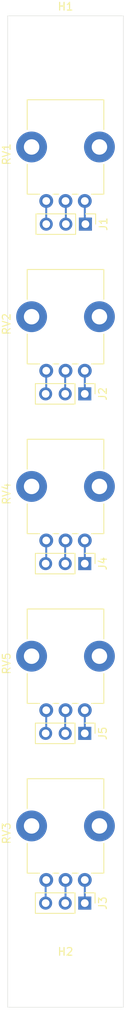
<source format=kicad_pcb>
(kicad_pcb (version 20171130) (host pcbnew "(5.1.5-0-10_14)")

  (general
    (thickness 1.6)
    (drawings 4)
    (tracks 25)
    (zones 0)
    (modules 12)
    (nets 16)
  )

  (page A4)
  (layers
    (0 F.Cu signal)
    (31 B.Cu signal)
    (32 B.Adhes user)
    (33 F.Adhes user)
    (34 B.Paste user)
    (35 F.Paste user)
    (36 B.SilkS user)
    (37 F.SilkS user)
    (38 B.Mask user)
    (39 F.Mask user)
    (40 Dwgs.User user)
    (41 Cmts.User user)
    (42 Eco1.User user)
    (43 Eco2.User user)
    (44 Edge.Cuts user)
    (45 Margin user)
    (46 B.CrtYd user)
    (47 F.CrtYd user)
    (48 B.Fab user)
    (49 F.Fab user)
  )

  (setup
    (last_trace_width 0.25)
    (trace_clearance 0.2)
    (zone_clearance 0.508)
    (zone_45_only no)
    (trace_min 0.2)
    (via_size 0.8)
    (via_drill 0.4)
    (via_min_size 0.4)
    (via_min_drill 0.3)
    (uvia_size 0.3)
    (uvia_drill 0.1)
    (uvias_allowed no)
    (uvia_min_size 0.2)
    (uvia_min_drill 0.1)
    (edge_width 0.05)
    (segment_width 0.2)
    (pcb_text_width 0.3)
    (pcb_text_size 1.5 1.5)
    (mod_edge_width 0.12)
    (mod_text_size 1 1)
    (mod_text_width 0.15)
    (pad_size 1.524 1.524)
    (pad_drill 0.762)
    (pad_to_mask_clearance 0.051)
    (solder_mask_min_width 0.25)
    (aux_axis_origin 0 0)
    (visible_elements FFFFFF7F)
    (pcbplotparams
      (layerselection 0x010fc_ffffffff)
      (usegerberextensions false)
      (usegerberattributes false)
      (usegerberadvancedattributes false)
      (creategerberjobfile false)
      (excludeedgelayer true)
      (linewidth 0.100000)
      (plotframeref false)
      (viasonmask false)
      (mode 1)
      (useauxorigin false)
      (hpglpennumber 1)
      (hpglpenspeed 20)
      (hpglpendiameter 15.000000)
      (psnegative false)
      (psa4output false)
      (plotreference true)
      (plotvalue true)
      (plotinvisibletext false)
      (padsonsilk false)
      (subtractmaskfromsilk false)
      (outputformat 1)
      (mirror false)
      (drillshape 1)
      (scaleselection 1)
      (outputdirectory ""))
  )

  (net 0 "")
  (net 1 "Net-(J1-Pad1)")
  (net 2 "Net-(J1-Pad2)")
  (net 3 "Net-(J1-Pad3)")
  (net 4 "Net-(J2-Pad3)")
  (net 5 "Net-(J2-Pad2)")
  (net 6 "Net-(J2-Pad1)")
  (net 7 "Net-(J3-Pad1)")
  (net 8 "Net-(J3-Pad2)")
  (net 9 "Net-(J3-Pad3)")
  (net 10 "Net-(J4-Pad3)")
  (net 11 "Net-(J4-Pad2)")
  (net 12 "Net-(J4-Pad1)")
  (net 13 "Net-(J5-Pad1)")
  (net 14 "Net-(J5-Pad2)")
  (net 15 "Net-(J5-Pad3)")

  (net_class Default "This is the default net class."
    (clearance 0.2)
    (trace_width 0.25)
    (via_dia 0.8)
    (via_drill 0.4)
    (uvia_dia 0.3)
    (uvia_drill 0.1)
    (add_net "Net-(J1-Pad1)")
    (add_net "Net-(J1-Pad2)")
    (add_net "Net-(J1-Pad3)")
    (add_net "Net-(J2-Pad1)")
    (add_net "Net-(J2-Pad2)")
    (add_net "Net-(J2-Pad3)")
    (add_net "Net-(J3-Pad1)")
    (add_net "Net-(J3-Pad2)")
    (add_net "Net-(J3-Pad3)")
    (add_net "Net-(J4-Pad1)")
    (add_net "Net-(J4-Pad2)")
    (add_net "Net-(J4-Pad3)")
    (add_net "Net-(J5-Pad1)")
    (add_net "Net-(J5-Pad2)")
    (add_net "Net-(J5-Pad3)")
  )

  (module MountingHole:MountingHole_3.2mm_M3 (layer F.Cu) (tedit 56D1B4CB) (tstamp 604F1E4A)
    (at 116.5 55)
    (descr "Mounting Hole 3.2mm, no annular, M3")
    (tags "mounting hole 3.2mm no annular m3")
    (path /604EBFBD)
    (attr virtual)
    (fp_text reference H1 (at 0 -4.2) (layer F.SilkS)
      (effects (font (size 1 1) (thickness 0.15)))
    )
    (fp_text value MountingHole (at 0 4.2) (layer F.Fab)
      (effects (font (size 1 1) (thickness 0.15)))
    )
    (fp_circle (center 0 0) (end 3.45 0) (layer F.CrtYd) (width 0.05))
    (fp_circle (center 0 0) (end 3.2 0) (layer Cmts.User) (width 0.15))
    (fp_text user %R (at 0.3 0) (layer F.Fab)
      (effects (font (size 1 1) (thickness 0.15)))
    )
    (pad 1 np_thru_hole circle (at 0 0) (size 3.2 3.2) (drill 3.2) (layers *.Cu *.Mask))
  )

  (module MountingHole:MountingHole_3.2mm_M3 (layer F.Cu) (tedit 56D1B4CB) (tstamp 604F405D)
    (at 116.5 177.5)
    (descr "Mounting Hole 3.2mm, no annular, M3")
    (tags "mounting hole 3.2mm no annular m3")
    (path /604EBC45)
    (attr virtual)
    (fp_text reference H2 (at 0 -4.2) (layer F.SilkS)
      (effects (font (size 1 1) (thickness 0.15)))
    )
    (fp_text value MountingHole (at 0 4.2) (layer F.Fab)
      (effects (font (size 1 1) (thickness 0.15)))
    )
    (fp_text user %R (at 0.3 0) (layer F.Fab)
      (effects (font (size 1 1) (thickness 0.15)))
    )
    (fp_circle (center 0 0) (end 3.2 0) (layer Cmts.User) (width 0.15))
    (fp_circle (center 0 0) (end 3.45 0) (layer F.CrtYd) (width 0.05))
    (pad 1 np_thru_hole circle (at 0 0) (size 3.2 3.2) (drill 3.2) (layers *.Cu *.Mask))
  )

  (module Connector_PinHeader_2.54mm:PinHeader_1x03_P2.54mm_Vertical (layer F.Cu) (tedit 59FED5CC) (tstamp 604F1E69)
    (at 119.08 79 270)
    (descr "Through hole straight pin header, 1x03, 2.54mm pitch, single row")
    (tags "Through hole pin header THT 1x03 2.54mm single row")
    (path /604ED4E4)
    (fp_text reference J1 (at 0 -2.33 90) (layer F.SilkS)
      (effects (font (size 1 1) (thickness 0.15)))
    )
    (fp_text value Conn_01x03_Female (at 0 7.41 90) (layer F.Fab)
      (effects (font (size 1 1) (thickness 0.15)))
    )
    (fp_line (start -0.635 -1.27) (end 1.27 -1.27) (layer F.Fab) (width 0.1))
    (fp_line (start 1.27 -1.27) (end 1.27 6.35) (layer F.Fab) (width 0.1))
    (fp_line (start 1.27 6.35) (end -1.27 6.35) (layer F.Fab) (width 0.1))
    (fp_line (start -1.27 6.35) (end -1.27 -0.635) (layer F.Fab) (width 0.1))
    (fp_line (start -1.27 -0.635) (end -0.635 -1.27) (layer F.Fab) (width 0.1))
    (fp_line (start -1.33 6.41) (end 1.33 6.41) (layer F.SilkS) (width 0.12))
    (fp_line (start -1.33 1.27) (end -1.33 6.41) (layer F.SilkS) (width 0.12))
    (fp_line (start 1.33 1.27) (end 1.33 6.41) (layer F.SilkS) (width 0.12))
    (fp_line (start -1.33 1.27) (end 1.33 1.27) (layer F.SilkS) (width 0.12))
    (fp_line (start -1.33 0) (end -1.33 -1.33) (layer F.SilkS) (width 0.12))
    (fp_line (start -1.33 -1.33) (end 0 -1.33) (layer F.SilkS) (width 0.12))
    (fp_line (start -1.8 -1.8) (end -1.8 6.85) (layer F.CrtYd) (width 0.05))
    (fp_line (start -1.8 6.85) (end 1.8 6.85) (layer F.CrtYd) (width 0.05))
    (fp_line (start 1.8 6.85) (end 1.8 -1.8) (layer F.CrtYd) (width 0.05))
    (fp_line (start 1.8 -1.8) (end -1.8 -1.8) (layer F.CrtYd) (width 0.05))
    (fp_text user %R (at 0 2.54) (layer F.Fab)
      (effects (font (size 1 1) (thickness 0.15)))
    )
    (pad 1 thru_hole rect (at 0 0 270) (size 1.7 1.7) (drill 1) (layers *.Cu *.Mask)
      (net 1 "Net-(J1-Pad1)"))
    (pad 2 thru_hole oval (at 0 2.54 270) (size 1.7 1.7) (drill 1) (layers *.Cu *.Mask)
      (net 2 "Net-(J1-Pad2)"))
    (pad 3 thru_hole oval (at 0 5.08 270) (size 1.7 1.7) (drill 1) (layers *.Cu *.Mask)
      (net 3 "Net-(J1-Pad3)"))
    (model ${KISYS3DMOD}/Connector_PinHeader_2.54mm.3dshapes/PinHeader_1x03_P2.54mm_Vertical.wrl
      (at (xyz 0 0 0))
      (scale (xyz 1 1 1))
      (rotate (xyz 0 0 0))
    )
  )

  (module Connector_PinHeader_2.54mm:PinHeader_1x03_P2.54mm_Vertical (layer F.Cu) (tedit 59FED5CC) (tstamp 604F1E80)
    (at 119 101 270)
    (descr "Through hole straight pin header, 1x03, 2.54mm pitch, single row")
    (tags "Through hole pin header THT 1x03 2.54mm single row")
    (path /604EDEDA)
    (fp_text reference J2 (at 0 -2.33 90) (layer F.SilkS)
      (effects (font (size 1 1) (thickness 0.15)))
    )
    (fp_text value Conn_01x03_Female (at 0 7.41 90) (layer F.Fab)
      (effects (font (size 1 1) (thickness 0.15)))
    )
    (fp_text user %R (at 0 2.54) (layer F.Fab)
      (effects (font (size 1 1) (thickness 0.15)))
    )
    (fp_line (start 1.8 -1.8) (end -1.8 -1.8) (layer F.CrtYd) (width 0.05))
    (fp_line (start 1.8 6.85) (end 1.8 -1.8) (layer F.CrtYd) (width 0.05))
    (fp_line (start -1.8 6.85) (end 1.8 6.85) (layer F.CrtYd) (width 0.05))
    (fp_line (start -1.8 -1.8) (end -1.8 6.85) (layer F.CrtYd) (width 0.05))
    (fp_line (start -1.33 -1.33) (end 0 -1.33) (layer F.SilkS) (width 0.12))
    (fp_line (start -1.33 0) (end -1.33 -1.33) (layer F.SilkS) (width 0.12))
    (fp_line (start -1.33 1.27) (end 1.33 1.27) (layer F.SilkS) (width 0.12))
    (fp_line (start 1.33 1.27) (end 1.33 6.41) (layer F.SilkS) (width 0.12))
    (fp_line (start -1.33 1.27) (end -1.33 6.41) (layer F.SilkS) (width 0.12))
    (fp_line (start -1.33 6.41) (end 1.33 6.41) (layer F.SilkS) (width 0.12))
    (fp_line (start -1.27 -0.635) (end -0.635 -1.27) (layer F.Fab) (width 0.1))
    (fp_line (start -1.27 6.35) (end -1.27 -0.635) (layer F.Fab) (width 0.1))
    (fp_line (start 1.27 6.35) (end -1.27 6.35) (layer F.Fab) (width 0.1))
    (fp_line (start 1.27 -1.27) (end 1.27 6.35) (layer F.Fab) (width 0.1))
    (fp_line (start -0.635 -1.27) (end 1.27 -1.27) (layer F.Fab) (width 0.1))
    (pad 3 thru_hole oval (at 0 5.08 270) (size 1.7 1.7) (drill 1) (layers *.Cu *.Mask)
      (net 4 "Net-(J2-Pad3)"))
    (pad 2 thru_hole oval (at 0 2.54 270) (size 1.7 1.7) (drill 1) (layers *.Cu *.Mask)
      (net 5 "Net-(J2-Pad2)"))
    (pad 1 thru_hole rect (at 0 0 270) (size 1.7 1.7) (drill 1) (layers *.Cu *.Mask)
      (net 6 "Net-(J2-Pad1)"))
    (model ${KISYS3DMOD}/Connector_PinHeader_2.54mm.3dshapes/PinHeader_1x03_P2.54mm_Vertical.wrl
      (at (xyz 0 0 0))
      (scale (xyz 1 1 1))
      (rotate (xyz 0 0 0))
    )
  )

  (module Connector_PinHeader_2.54mm:PinHeader_1x03_P2.54mm_Vertical (layer F.Cu) (tedit 59FED5CC) (tstamp 604F1E97)
    (at 119 167 270)
    (descr "Through hole straight pin header, 1x03, 2.54mm pitch, single row")
    (tags "Through hole pin header THT 1x03 2.54mm single row")
    (path /604EE7EC)
    (fp_text reference J3 (at 0 -2.33 90) (layer F.SilkS)
      (effects (font (size 1 1) (thickness 0.15)))
    )
    (fp_text value Conn_01x03_Female (at 0 7.41 90) (layer F.Fab)
      (effects (font (size 1 1) (thickness 0.15)))
    )
    (fp_line (start -0.635 -1.27) (end 1.27 -1.27) (layer F.Fab) (width 0.1))
    (fp_line (start 1.27 -1.27) (end 1.27 6.35) (layer F.Fab) (width 0.1))
    (fp_line (start 1.27 6.35) (end -1.27 6.35) (layer F.Fab) (width 0.1))
    (fp_line (start -1.27 6.35) (end -1.27 -0.635) (layer F.Fab) (width 0.1))
    (fp_line (start -1.27 -0.635) (end -0.635 -1.27) (layer F.Fab) (width 0.1))
    (fp_line (start -1.33 6.41) (end 1.33 6.41) (layer F.SilkS) (width 0.12))
    (fp_line (start -1.33 1.27) (end -1.33 6.41) (layer F.SilkS) (width 0.12))
    (fp_line (start 1.33 1.27) (end 1.33 6.41) (layer F.SilkS) (width 0.12))
    (fp_line (start -1.33 1.27) (end 1.33 1.27) (layer F.SilkS) (width 0.12))
    (fp_line (start -1.33 0) (end -1.33 -1.33) (layer F.SilkS) (width 0.12))
    (fp_line (start -1.33 -1.33) (end 0 -1.33) (layer F.SilkS) (width 0.12))
    (fp_line (start -1.8 -1.8) (end -1.8 6.85) (layer F.CrtYd) (width 0.05))
    (fp_line (start -1.8 6.85) (end 1.8 6.85) (layer F.CrtYd) (width 0.05))
    (fp_line (start 1.8 6.85) (end 1.8 -1.8) (layer F.CrtYd) (width 0.05))
    (fp_line (start 1.8 -1.8) (end -1.8 -1.8) (layer F.CrtYd) (width 0.05))
    (fp_text user %R (at 0 2.54) (layer F.Fab)
      (effects (font (size 1 1) (thickness 0.15)))
    )
    (pad 1 thru_hole rect (at 0 0 270) (size 1.7 1.7) (drill 1) (layers *.Cu *.Mask)
      (net 7 "Net-(J3-Pad1)"))
    (pad 2 thru_hole oval (at 0 2.54 270) (size 1.7 1.7) (drill 1) (layers *.Cu *.Mask)
      (net 8 "Net-(J3-Pad2)"))
    (pad 3 thru_hole oval (at 0 5.08 270) (size 1.7 1.7) (drill 1) (layers *.Cu *.Mask)
      (net 9 "Net-(J3-Pad3)"))
    (model ${KISYS3DMOD}/Connector_PinHeader_2.54mm.3dshapes/PinHeader_1x03_P2.54mm_Vertical.wrl
      (at (xyz 0 0 0))
      (scale (xyz 1 1 1))
      (rotate (xyz 0 0 0))
    )
  )

  (module Connector_PinHeader_2.54mm:PinHeader_1x03_P2.54mm_Vertical (layer F.Cu) (tedit 59FED5CC) (tstamp 604F1EAE)
    (at 119 123 270)
    (descr "Through hole straight pin header, 1x03, 2.54mm pitch, single row")
    (tags "Through hole pin header THT 1x03 2.54mm single row")
    (path /604EEECD)
    (fp_text reference J4 (at 0 -2.33 90) (layer F.SilkS)
      (effects (font (size 1 1) (thickness 0.15)))
    )
    (fp_text value Conn_01x03_Female (at 0 7.41 90) (layer F.Fab)
      (effects (font (size 1 1) (thickness 0.15)))
    )
    (fp_text user %R (at 0 2.54) (layer F.Fab)
      (effects (font (size 1 1) (thickness 0.15)))
    )
    (fp_line (start 1.8 -1.8) (end -1.8 -1.8) (layer F.CrtYd) (width 0.05))
    (fp_line (start 1.8 6.85) (end 1.8 -1.8) (layer F.CrtYd) (width 0.05))
    (fp_line (start -1.8 6.85) (end 1.8 6.85) (layer F.CrtYd) (width 0.05))
    (fp_line (start -1.8 -1.8) (end -1.8 6.85) (layer F.CrtYd) (width 0.05))
    (fp_line (start -1.33 -1.33) (end 0 -1.33) (layer F.SilkS) (width 0.12))
    (fp_line (start -1.33 0) (end -1.33 -1.33) (layer F.SilkS) (width 0.12))
    (fp_line (start -1.33 1.27) (end 1.33 1.27) (layer F.SilkS) (width 0.12))
    (fp_line (start 1.33 1.27) (end 1.33 6.41) (layer F.SilkS) (width 0.12))
    (fp_line (start -1.33 1.27) (end -1.33 6.41) (layer F.SilkS) (width 0.12))
    (fp_line (start -1.33 6.41) (end 1.33 6.41) (layer F.SilkS) (width 0.12))
    (fp_line (start -1.27 -0.635) (end -0.635 -1.27) (layer F.Fab) (width 0.1))
    (fp_line (start -1.27 6.35) (end -1.27 -0.635) (layer F.Fab) (width 0.1))
    (fp_line (start 1.27 6.35) (end -1.27 6.35) (layer F.Fab) (width 0.1))
    (fp_line (start 1.27 -1.27) (end 1.27 6.35) (layer F.Fab) (width 0.1))
    (fp_line (start -0.635 -1.27) (end 1.27 -1.27) (layer F.Fab) (width 0.1))
    (pad 3 thru_hole oval (at 0 5.08 270) (size 1.7 1.7) (drill 1) (layers *.Cu *.Mask)
      (net 10 "Net-(J4-Pad3)"))
    (pad 2 thru_hole oval (at 0 2.54 270) (size 1.7 1.7) (drill 1) (layers *.Cu *.Mask)
      (net 11 "Net-(J4-Pad2)"))
    (pad 1 thru_hole rect (at 0 0 270) (size 1.7 1.7) (drill 1) (layers *.Cu *.Mask)
      (net 12 "Net-(J4-Pad1)"))
    (model ${KISYS3DMOD}/Connector_PinHeader_2.54mm.3dshapes/PinHeader_1x03_P2.54mm_Vertical.wrl
      (at (xyz 0 0 0))
      (scale (xyz 1 1 1))
      (rotate (xyz 0 0 0))
    )
  )

  (module Connector_PinHeader_2.54mm:PinHeader_1x03_P2.54mm_Vertical (layer F.Cu) (tedit 59FED5CC) (tstamp 604F1EC5)
    (at 119 145 270)
    (descr "Through hole straight pin header, 1x03, 2.54mm pitch, single row")
    (tags "Through hole pin header THT 1x03 2.54mm single row")
    (path /604EF695)
    (fp_text reference J5 (at 0 -2.33 90) (layer F.SilkS)
      (effects (font (size 1 1) (thickness 0.15)))
    )
    (fp_text value Conn_01x03_Female (at 0 7.41 90) (layer F.Fab)
      (effects (font (size 1 1) (thickness 0.15)))
    )
    (fp_line (start -0.635 -1.27) (end 1.27 -1.27) (layer F.Fab) (width 0.1))
    (fp_line (start 1.27 -1.27) (end 1.27 6.35) (layer F.Fab) (width 0.1))
    (fp_line (start 1.27 6.35) (end -1.27 6.35) (layer F.Fab) (width 0.1))
    (fp_line (start -1.27 6.35) (end -1.27 -0.635) (layer F.Fab) (width 0.1))
    (fp_line (start -1.27 -0.635) (end -0.635 -1.27) (layer F.Fab) (width 0.1))
    (fp_line (start -1.33 6.41) (end 1.33 6.41) (layer F.SilkS) (width 0.12))
    (fp_line (start -1.33 1.27) (end -1.33 6.41) (layer F.SilkS) (width 0.12))
    (fp_line (start 1.33 1.27) (end 1.33 6.41) (layer F.SilkS) (width 0.12))
    (fp_line (start -1.33 1.27) (end 1.33 1.27) (layer F.SilkS) (width 0.12))
    (fp_line (start -1.33 0) (end -1.33 -1.33) (layer F.SilkS) (width 0.12))
    (fp_line (start -1.33 -1.33) (end 0 -1.33) (layer F.SilkS) (width 0.12))
    (fp_line (start -1.8 -1.8) (end -1.8 6.85) (layer F.CrtYd) (width 0.05))
    (fp_line (start -1.8 6.85) (end 1.8 6.85) (layer F.CrtYd) (width 0.05))
    (fp_line (start 1.8 6.85) (end 1.8 -1.8) (layer F.CrtYd) (width 0.05))
    (fp_line (start 1.8 -1.8) (end -1.8 -1.8) (layer F.CrtYd) (width 0.05))
    (fp_text user %R (at 0 2.54) (layer F.Fab)
      (effects (font (size 1 1) (thickness 0.15)))
    )
    (pad 1 thru_hole rect (at 0 0 270) (size 1.7 1.7) (drill 1) (layers *.Cu *.Mask)
      (net 13 "Net-(J5-Pad1)"))
    (pad 2 thru_hole oval (at 0 2.54 270) (size 1.7 1.7) (drill 1) (layers *.Cu *.Mask)
      (net 14 "Net-(J5-Pad2)"))
    (pad 3 thru_hole oval (at 0 5.08 270) (size 1.7 1.7) (drill 1) (layers *.Cu *.Mask)
      (net 15 "Net-(J5-Pad3)"))
    (model ${KISYS3DMOD}/Connector_PinHeader_2.54mm.3dshapes/PinHeader_1x03_P2.54mm_Vertical.wrl
      (at (xyz 0 0 0))
      (scale (xyz 1 1 1))
      (rotate (xyz 0 0 0))
    )
  )

  (module Potentiometer_THT:Potentiometer_Bourns_PTV09A-1_Single_Vertical (layer F.Cu) (tedit 5A3D4993) (tstamp 604F3F97)
    (at 119 76 90)
    (descr "Potentiometer, vertical, Bourns PTV09A-1 Single, http://www.bourns.com/docs/Product-Datasheets/ptv09.pdf")
    (tags "Potentiometer vertical Bourns PTV09A-1 Single")
    (path /604EB154)
    (fp_text reference RV1 (at 6.05 -10.15 90) (layer F.SilkS)
      (effects (font (size 1 1) (thickness 0.15)))
    )
    (fp_text value R_POT (at 6.05 5.15 90) (layer F.Fab)
      (effects (font (size 1 1) (thickness 0.15)))
    )
    (fp_circle (center 7.5 -2.5) (end 10.5 -2.5) (layer F.Fab) (width 0.1))
    (fp_line (start 1 -7.35) (end 1 2.35) (layer F.Fab) (width 0.1))
    (fp_line (start 1 2.35) (end 13 2.35) (layer F.Fab) (width 0.1))
    (fp_line (start 13 2.35) (end 13 -7.35) (layer F.Fab) (width 0.1))
    (fp_line (start 13 -7.35) (end 1 -7.35) (layer F.Fab) (width 0.1))
    (fp_line (start 0.88 -7.47) (end 4.745 -7.47) (layer F.SilkS) (width 0.12))
    (fp_line (start 9.255 -7.47) (end 13.12 -7.47) (layer F.SilkS) (width 0.12))
    (fp_line (start 0.88 2.47) (end 4.745 2.47) (layer F.SilkS) (width 0.12))
    (fp_line (start 9.255 2.47) (end 13.12 2.47) (layer F.SilkS) (width 0.12))
    (fp_line (start 0.88 -7.47) (end 0.88 -5.871) (layer F.SilkS) (width 0.12))
    (fp_line (start 0.88 -4.129) (end 0.88 -3.37) (layer F.SilkS) (width 0.12))
    (fp_line (start 0.88 -1.629) (end 0.88 -0.87) (layer F.SilkS) (width 0.12))
    (fp_line (start 0.88 0.87) (end 0.88 2.47) (layer F.SilkS) (width 0.12))
    (fp_line (start 13.12 -7.47) (end 13.12 2.47) (layer F.SilkS) (width 0.12))
    (fp_line (start -1.15 -9.15) (end -1.15 4.15) (layer F.CrtYd) (width 0.05))
    (fp_line (start -1.15 4.15) (end 13.25 4.15) (layer F.CrtYd) (width 0.05))
    (fp_line (start 13.25 4.15) (end 13.25 -9.15) (layer F.CrtYd) (width 0.05))
    (fp_line (start 13.25 -9.15) (end -1.15 -9.15) (layer F.CrtYd) (width 0.05))
    (fp_text user %R (at 2 -2.5) (layer F.Fab)
      (effects (font (size 1 1) (thickness 0.15)))
    )
    (pad 3 thru_hole circle (at 0 -5 90) (size 1.8 1.8) (drill 1) (layers *.Cu *.Mask)
      (net 3 "Net-(J1-Pad3)"))
    (pad 2 thru_hole circle (at 0 -2.5 90) (size 1.8 1.8) (drill 1) (layers *.Cu *.Mask)
      (net 2 "Net-(J1-Pad2)"))
    (pad 1 thru_hole circle (at 0 0 90) (size 1.8 1.8) (drill 1) (layers *.Cu *.Mask)
      (net 1 "Net-(J1-Pad1)"))
    (pad "" np_thru_hole circle (at 7 -6.9 90) (size 4 4) (drill 2) (layers *.Cu *.Mask))
    (pad "" np_thru_hole circle (at 7 1.9 90) (size 4 4) (drill 2) (layers *.Cu *.Mask))
    (model ${KISYS3DMOD}/Potentiometer_THT.3dshapes/Potentiometer_Bourns_PTV09A-1_Single_Vertical.wrl
      (at (xyz 0 0 0))
      (scale (xyz 1 1 1))
      (rotate (xyz 0 0 0))
    )
  )

  (module Potentiometer_THT:Potentiometer_Bourns_PTV09A-1_Single_Vertical (layer F.Cu) (tedit 5A3D4993) (tstamp 604F3ED9)
    (at 119 98 90)
    (descr "Potentiometer, vertical, Bourns PTV09A-1 Single, http://www.bourns.com/docs/Product-Datasheets/ptv09.pdf")
    (tags "Potentiometer vertical Bourns PTV09A-1 Single")
    (path /604EC54A)
    (fp_text reference RV2 (at 6.05 -10.15 90) (layer F.SilkS)
      (effects (font (size 1 1) (thickness 0.15)))
    )
    (fp_text value R_POT (at 6.05 5.15 90) (layer F.Fab)
      (effects (font (size 1 1) (thickness 0.15)))
    )
    (fp_text user %R (at 2 -2.5) (layer F.Fab)
      (effects (font (size 1 1) (thickness 0.15)))
    )
    (fp_line (start 13.25 -9.15) (end -1.15 -9.15) (layer F.CrtYd) (width 0.05))
    (fp_line (start 13.25 4.15) (end 13.25 -9.15) (layer F.CrtYd) (width 0.05))
    (fp_line (start -1.15 4.15) (end 13.25 4.15) (layer F.CrtYd) (width 0.05))
    (fp_line (start -1.15 -9.15) (end -1.15 4.15) (layer F.CrtYd) (width 0.05))
    (fp_line (start 13.12 -7.47) (end 13.12 2.47) (layer F.SilkS) (width 0.12))
    (fp_line (start 0.88 0.87) (end 0.88 2.47) (layer F.SilkS) (width 0.12))
    (fp_line (start 0.88 -1.629) (end 0.88 -0.87) (layer F.SilkS) (width 0.12))
    (fp_line (start 0.88 -4.129) (end 0.88 -3.37) (layer F.SilkS) (width 0.12))
    (fp_line (start 0.88 -7.47) (end 0.88 -5.871) (layer F.SilkS) (width 0.12))
    (fp_line (start 9.255 2.47) (end 13.12 2.47) (layer F.SilkS) (width 0.12))
    (fp_line (start 0.88 2.47) (end 4.745 2.47) (layer F.SilkS) (width 0.12))
    (fp_line (start 9.255 -7.47) (end 13.12 -7.47) (layer F.SilkS) (width 0.12))
    (fp_line (start 0.88 -7.47) (end 4.745 -7.47) (layer F.SilkS) (width 0.12))
    (fp_line (start 13 -7.35) (end 1 -7.35) (layer F.Fab) (width 0.1))
    (fp_line (start 13 2.35) (end 13 -7.35) (layer F.Fab) (width 0.1))
    (fp_line (start 1 2.35) (end 13 2.35) (layer F.Fab) (width 0.1))
    (fp_line (start 1 -7.35) (end 1 2.35) (layer F.Fab) (width 0.1))
    (fp_circle (center 7.5 -2.5) (end 10.5 -2.5) (layer F.Fab) (width 0.1))
    (pad "" np_thru_hole circle (at 7 1.9 90) (size 4 4) (drill 2) (layers *.Cu *.Mask))
    (pad "" np_thru_hole circle (at 7 -6.9 90) (size 4 4) (drill 2) (layers *.Cu *.Mask))
    (pad 1 thru_hole circle (at 0 0 90) (size 1.8 1.8) (drill 1) (layers *.Cu *.Mask)
      (net 6 "Net-(J2-Pad1)"))
    (pad 2 thru_hole circle (at 0 -2.5 90) (size 1.8 1.8) (drill 1) (layers *.Cu *.Mask)
      (net 5 "Net-(J2-Pad2)"))
    (pad 3 thru_hole circle (at 0 -5 90) (size 1.8 1.8) (drill 1) (layers *.Cu *.Mask)
      (net 4 "Net-(J2-Pad3)"))
    (model ${KISYS3DMOD}/Potentiometer_THT.3dshapes/Potentiometer_Bourns_PTV09A-1_Single_Vertical.wrl
      (at (xyz 0 0 0))
      (scale (xyz 1 1 1))
      (rotate (xyz 0 0 0))
    )
  )

  (module Potentiometer_THT:Potentiometer_Bourns_PTV09A-1_Single_Vertical (layer F.Cu) (tedit 5A3D4993) (tstamp 604F3EF4)
    (at 119 164 90)
    (descr "Potentiometer, vertical, Bourns PTV09A-1 Single, http://www.bourns.com/docs/Product-Datasheets/ptv09.pdf")
    (tags "Potentiometer vertical Bourns PTV09A-1 Single")
    (path /604EC814)
    (fp_text reference RV3 (at 6.05 -10.15 90) (layer F.SilkS)
      (effects (font (size 1 1) (thickness 0.15)))
    )
    (fp_text value R_POT (at 6.05 5.15 90) (layer F.Fab)
      (effects (font (size 1 1) (thickness 0.15)))
    )
    (fp_circle (center 7.5 -2.5) (end 10.5 -2.5) (layer F.Fab) (width 0.1))
    (fp_line (start 1 -7.35) (end 1 2.35) (layer F.Fab) (width 0.1))
    (fp_line (start 1 2.35) (end 13 2.35) (layer F.Fab) (width 0.1))
    (fp_line (start 13 2.35) (end 13 -7.35) (layer F.Fab) (width 0.1))
    (fp_line (start 13 -7.35) (end 1 -7.35) (layer F.Fab) (width 0.1))
    (fp_line (start 0.88 -7.47) (end 4.745 -7.47) (layer F.SilkS) (width 0.12))
    (fp_line (start 9.255 -7.47) (end 13.12 -7.47) (layer F.SilkS) (width 0.12))
    (fp_line (start 0.88 2.47) (end 4.745 2.47) (layer F.SilkS) (width 0.12))
    (fp_line (start 9.255 2.47) (end 13.12 2.47) (layer F.SilkS) (width 0.12))
    (fp_line (start 0.88 -7.47) (end 0.88 -5.871) (layer F.SilkS) (width 0.12))
    (fp_line (start 0.88 -4.129) (end 0.88 -3.37) (layer F.SilkS) (width 0.12))
    (fp_line (start 0.88 -1.629) (end 0.88 -0.87) (layer F.SilkS) (width 0.12))
    (fp_line (start 0.88 0.87) (end 0.88 2.47) (layer F.SilkS) (width 0.12))
    (fp_line (start 13.12 -7.47) (end 13.12 2.47) (layer F.SilkS) (width 0.12))
    (fp_line (start -1.15 -9.15) (end -1.15 4.15) (layer F.CrtYd) (width 0.05))
    (fp_line (start -1.15 4.15) (end 13.25 4.15) (layer F.CrtYd) (width 0.05))
    (fp_line (start 13.25 4.15) (end 13.25 -9.15) (layer F.CrtYd) (width 0.05))
    (fp_line (start 13.25 -9.15) (end -1.15 -9.15) (layer F.CrtYd) (width 0.05))
    (fp_text user %R (at 2 -2.5) (layer F.Fab)
      (effects (font (size 1 1) (thickness 0.15)))
    )
    (pad 3 thru_hole circle (at 0 -5 90) (size 1.8 1.8) (drill 1) (layers *.Cu *.Mask)
      (net 9 "Net-(J3-Pad3)"))
    (pad 2 thru_hole circle (at 0 -2.5 90) (size 1.8 1.8) (drill 1) (layers *.Cu *.Mask)
      (net 8 "Net-(J3-Pad2)"))
    (pad 1 thru_hole circle (at 0 0 90) (size 1.8 1.8) (drill 1) (layers *.Cu *.Mask)
      (net 7 "Net-(J3-Pad1)"))
    (pad "" np_thru_hole circle (at 7 -6.9 90) (size 4 4) (drill 2) (layers *.Cu *.Mask))
    (pad "" np_thru_hole circle (at 7 1.9 90) (size 4 4) (drill 2) (layers *.Cu *.Mask))
    (model ${KISYS3DMOD}/Potentiometer_THT.3dshapes/Potentiometer_Bourns_PTV09A-1_Single_Vertical.wrl
      (at (xyz 0 0 0))
      (scale (xyz 1 1 1))
      (rotate (xyz 0 0 0))
    )
  )

  (module Potentiometer_THT:Potentiometer_Bourns_PTV09A-1_Single_Vertical (layer F.Cu) (tedit 5A3D4993) (tstamp 604F3F0F)
    (at 119 120 90)
    (descr "Potentiometer, vertical, Bourns PTV09A-1 Single, http://www.bourns.com/docs/Product-Datasheets/ptv09.pdf")
    (tags "Potentiometer vertical Bourns PTV09A-1 Single")
    (path /604ECCC4)
    (fp_text reference RV4 (at 6.05 -10.15 90) (layer F.SilkS)
      (effects (font (size 1 1) (thickness 0.15)))
    )
    (fp_text value R_POT (at 6.05 5.15 90) (layer F.Fab)
      (effects (font (size 1 1) (thickness 0.15)))
    )
    (fp_text user %R (at 2 -2.5) (layer F.Fab)
      (effects (font (size 1 1) (thickness 0.15)))
    )
    (fp_line (start 13.25 -9.15) (end -1.15 -9.15) (layer F.CrtYd) (width 0.05))
    (fp_line (start 13.25 4.15) (end 13.25 -9.15) (layer F.CrtYd) (width 0.05))
    (fp_line (start -1.15 4.15) (end 13.25 4.15) (layer F.CrtYd) (width 0.05))
    (fp_line (start -1.15 -9.15) (end -1.15 4.15) (layer F.CrtYd) (width 0.05))
    (fp_line (start 13.12 -7.47) (end 13.12 2.47) (layer F.SilkS) (width 0.12))
    (fp_line (start 0.88 0.87) (end 0.88 2.47) (layer F.SilkS) (width 0.12))
    (fp_line (start 0.88 -1.629) (end 0.88 -0.87) (layer F.SilkS) (width 0.12))
    (fp_line (start 0.88 -4.129) (end 0.88 -3.37) (layer F.SilkS) (width 0.12))
    (fp_line (start 0.88 -7.47) (end 0.88 -5.871) (layer F.SilkS) (width 0.12))
    (fp_line (start 9.255 2.47) (end 13.12 2.47) (layer F.SilkS) (width 0.12))
    (fp_line (start 0.88 2.47) (end 4.745 2.47) (layer F.SilkS) (width 0.12))
    (fp_line (start 9.255 -7.47) (end 13.12 -7.47) (layer F.SilkS) (width 0.12))
    (fp_line (start 0.88 -7.47) (end 4.745 -7.47) (layer F.SilkS) (width 0.12))
    (fp_line (start 13 -7.35) (end 1 -7.35) (layer F.Fab) (width 0.1))
    (fp_line (start 13 2.35) (end 13 -7.35) (layer F.Fab) (width 0.1))
    (fp_line (start 1 2.35) (end 13 2.35) (layer F.Fab) (width 0.1))
    (fp_line (start 1 -7.35) (end 1 2.35) (layer F.Fab) (width 0.1))
    (fp_circle (center 7.5 -2.5) (end 10.5 -2.5) (layer F.Fab) (width 0.1))
    (pad "" np_thru_hole circle (at 7 1.9 90) (size 4 4) (drill 2) (layers *.Cu *.Mask))
    (pad "" np_thru_hole circle (at 7 -6.9 90) (size 4 4) (drill 2) (layers *.Cu *.Mask))
    (pad 1 thru_hole circle (at 0 0 90) (size 1.8 1.8) (drill 1) (layers *.Cu *.Mask)
      (net 12 "Net-(J4-Pad1)"))
    (pad 2 thru_hole circle (at 0 -2.5 90) (size 1.8 1.8) (drill 1) (layers *.Cu *.Mask)
      (net 11 "Net-(J4-Pad2)"))
    (pad 3 thru_hole circle (at 0 -5 90) (size 1.8 1.8) (drill 1) (layers *.Cu *.Mask)
      (net 10 "Net-(J4-Pad3)"))
    (model ${KISYS3DMOD}/Potentiometer_THT.3dshapes/Potentiometer_Bourns_PTV09A-1_Single_Vertical.wrl
      (at (xyz 0 0 0))
      (scale (xyz 1 1 1))
      (rotate (xyz 0 0 0))
    )
  )

  (module Potentiometer_THT:Potentiometer_Bourns_PTV09A-1_Single_Vertical (layer F.Cu) (tedit 5A3D4993) (tstamp 604F3F2A)
    (at 119 142 90)
    (descr "Potentiometer, vertical, Bourns PTV09A-1 Single, http://www.bourns.com/docs/Product-Datasheets/ptv09.pdf")
    (tags "Potentiometer vertical Bourns PTV09A-1 Single")
    (path /604ED1C5)
    (fp_text reference RV5 (at 6.05 -10.15 90) (layer F.SilkS)
      (effects (font (size 1 1) (thickness 0.15)))
    )
    (fp_text value R_POT (at 6.05 5.15 90) (layer F.Fab)
      (effects (font (size 1 1) (thickness 0.15)))
    )
    (fp_circle (center 7.5 -2.5) (end 10.5 -2.5) (layer F.Fab) (width 0.1))
    (fp_line (start 1 -7.35) (end 1 2.35) (layer F.Fab) (width 0.1))
    (fp_line (start 1 2.35) (end 13 2.35) (layer F.Fab) (width 0.1))
    (fp_line (start 13 2.35) (end 13 -7.35) (layer F.Fab) (width 0.1))
    (fp_line (start 13 -7.35) (end 1 -7.35) (layer F.Fab) (width 0.1))
    (fp_line (start 0.88 -7.47) (end 4.745 -7.47) (layer F.SilkS) (width 0.12))
    (fp_line (start 9.255 -7.47) (end 13.12 -7.47) (layer F.SilkS) (width 0.12))
    (fp_line (start 0.88 2.47) (end 4.745 2.47) (layer F.SilkS) (width 0.12))
    (fp_line (start 9.255 2.47) (end 13.12 2.47) (layer F.SilkS) (width 0.12))
    (fp_line (start 0.88 -7.47) (end 0.88 -5.871) (layer F.SilkS) (width 0.12))
    (fp_line (start 0.88 -4.129) (end 0.88 -3.37) (layer F.SilkS) (width 0.12))
    (fp_line (start 0.88 -1.629) (end 0.88 -0.87) (layer F.SilkS) (width 0.12))
    (fp_line (start 0.88 0.87) (end 0.88 2.47) (layer F.SilkS) (width 0.12))
    (fp_line (start 13.12 -7.47) (end 13.12 2.47) (layer F.SilkS) (width 0.12))
    (fp_line (start -1.15 -9.15) (end -1.15 4.15) (layer F.CrtYd) (width 0.05))
    (fp_line (start -1.15 4.15) (end 13.25 4.15) (layer F.CrtYd) (width 0.05))
    (fp_line (start 13.25 4.15) (end 13.25 -9.15) (layer F.CrtYd) (width 0.05))
    (fp_line (start 13.25 -9.15) (end -1.15 -9.15) (layer F.CrtYd) (width 0.05))
    (fp_text user %R (at 2 -2.5) (layer F.Fab)
      (effects (font (size 1 1) (thickness 0.15)))
    )
    (pad 3 thru_hole circle (at 0 -5 90) (size 1.8 1.8) (drill 1) (layers *.Cu *.Mask)
      (net 15 "Net-(J5-Pad3)"))
    (pad 2 thru_hole circle (at 0 -2.5 90) (size 1.8 1.8) (drill 1) (layers *.Cu *.Mask)
      (net 14 "Net-(J5-Pad2)"))
    (pad 1 thru_hole circle (at 0 0 90) (size 1.8 1.8) (drill 1) (layers *.Cu *.Mask)
      (net 13 "Net-(J5-Pad1)"))
    (pad "" np_thru_hole circle (at 7 -6.9 90) (size 4 4) (drill 2) (layers *.Cu *.Mask))
    (pad "" np_thru_hole circle (at 7 1.9 90) (size 4 4) (drill 2) (layers *.Cu *.Mask))
    (model ${KISYS3DMOD}/Potentiometer_THT.3dshapes/Potentiometer_Bourns_PTV09A-1_Single_Vertical.wrl
      (at (xyz 0 0 0))
      (scale (xyz 1 1 1))
      (rotate (xyz 0 0 0))
    )
  )

  (gr_line (start 124 52) (end 109 52) (layer Edge.Cuts) (width 0.05))
  (gr_line (start 124 180.5) (end 124 52) (layer Edge.Cuts) (width 0.05))
  (gr_line (start 109 180.5) (end 124 180.5) (layer Edge.Cuts) (width 0.05))
  (gr_line (start 109 52) (end 109 180.5) (layer Edge.Cuts) (width 0.05))

  (segment (start 119 78.92) (end 119.08 79) (width 0.25) (layer B.Cu) (net 1))
  (segment (start 119 76) (end 119 78.92) (width 0.25) (layer B.Cu) (net 1))
  (segment (start 116.54 76.04) (end 116.5 76) (width 0.25) (layer B.Cu) (net 2))
  (segment (start 116.54 79) (end 116.54 76.04) (width 0.25) (layer B.Cu) (net 2))
  (segment (start 114 76) (end 114 79) (width 0.25) (layer B.Cu) (net 3))
  (segment (start 114 100.92) (end 113.92 101) (width 0.25) (layer B.Cu) (net 4))
  (segment (start 114 98) (end 114 100.92) (width 0.25) (layer B.Cu) (net 4))
  (segment (start 116.46 98.04) (end 116.5 98) (width 0.25) (layer B.Cu) (net 5))
  (segment (start 116.46 101) (end 116.46 98.04) (width 0.25) (layer B.Cu) (net 5))
  (segment (start 119 98) (end 119 101) (width 0.25) (layer B.Cu) (net 6))
  (segment (start 119 167) (end 119 164) (width 0.25) (layer B.Cu) (net 7))
  (segment (start 116.5 166.96) (end 116.46 167) (width 0.25) (layer B.Cu) (net 8))
  (segment (start 116.5 164) (end 116.5 166.96) (width 0.25) (layer B.Cu) (net 8))
  (segment (start 113.92 164.08) (end 114 164) (width 0.25) (layer B.Cu) (net 9))
  (segment (start 113.92 167) (end 113.92 164.08) (width 0.25) (layer B.Cu) (net 9))
  (segment (start 114 122.92) (end 113.92 123) (width 0.25) (layer B.Cu) (net 10))
  (segment (start 114 120) (end 114 122.92) (width 0.25) (layer B.Cu) (net 10))
  (segment (start 116.46 120.04) (end 116.5 120) (width 0.25) (layer B.Cu) (net 11))
  (segment (start 116.46 123) (end 116.46 120.04) (width 0.25) (layer B.Cu) (net 11))
  (segment (start 119 120) (end 119 123) (width 0.25) (layer B.Cu) (net 12))
  (segment (start 119 142) (end 119 145) (width 0.25) (layer B.Cu) (net 13))
  (segment (start 116.46 142.04) (end 116.5 142) (width 0.25) (layer B.Cu) (net 14))
  (segment (start 116.46 145) (end 116.46 142.04) (width 0.25) (layer B.Cu) (net 14))
  (segment (start 114 144.92) (end 113.92 145) (width 0.25) (layer B.Cu) (net 15))
  (segment (start 114 142) (end 114 144.92) (width 0.25) (layer B.Cu) (net 15))

)

</source>
